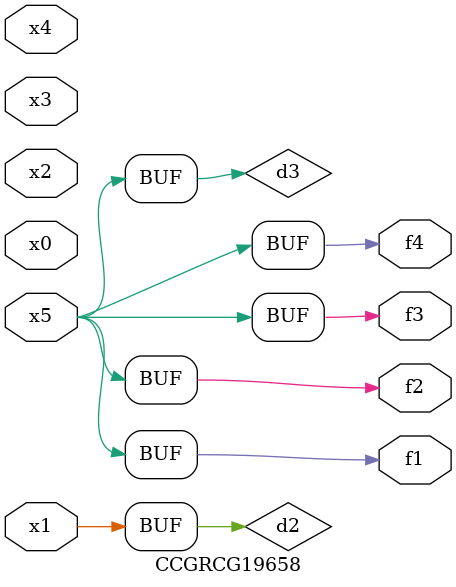
<source format=v>
module CCGRCG19658(
	input x0, x1, x2, x3, x4, x5,
	output f1, f2, f3, f4
);

	wire d1, d2, d3;

	not (d1, x5);
	or (d2, x1);
	xnor (d3, d1);
	assign f1 = d3;
	assign f2 = d3;
	assign f3 = d3;
	assign f4 = d3;
endmodule

</source>
